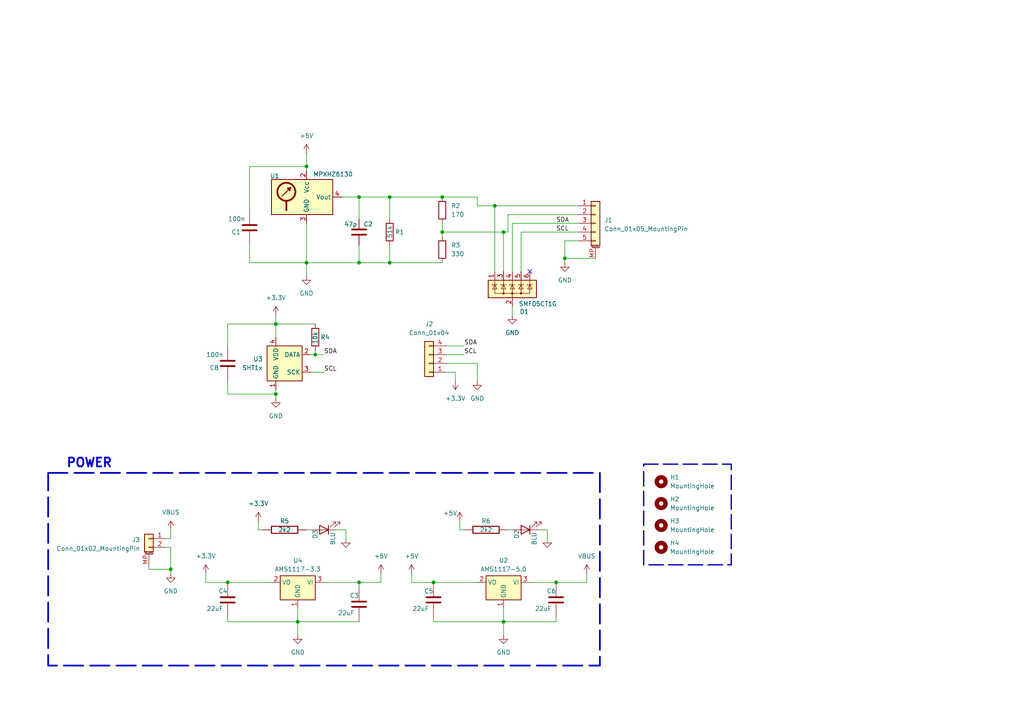
<source format=kicad_sch>
(kicad_sch (version 20231120) (generator "eeschema") (generator_version "8.0")
  (paper "A4")
  (lib_symbols
    (symbol "BLDC_4-rescue:C-RESCUE-BLDC_4" (pin_numbers hide) (pin_names (offset 0.254))
      (property "Reference" "C" (at 0 2.54 0))
      (property "Value" "C-RESCUE-BLDC_4" (at 0.1524 -2.159 0))
      (symbol "C-RESCUE-BLDC_4_0_1"
        (polyline (pts (xy -2.032 -0.762) (xy 2.032 -0.762)) (stroke (width 0.508)))
        (polyline (pts (xy -2.032 0.762) (xy 2.032 0.762)) (stroke (width 0.508)))
      )
      (symbol "C-RESCUE-BLDC_4_1_1"
        (pin passive line (at 0 5.08 270) (length 4.318) (name "~") (number "1"))
        (pin passive line (at 0 -5.08 90) (length 4.318) (name "~") (number "2"))
      )
    )
    (symbol "BLDC_4-rescue:GND-RESCUE-BLDC_4" (power) (pin_names (offset 0))
      (symbol "GND-RESCUE-BLDC_4_0_1"
        (polyline (pts (xy -1.27 0) (xy 0 -1.27) (xy 1.27 0) (xy -1.27 0)))
      )
      (symbol "GND-RESCUE-BLDC_4_1_1"
        (pin power_in line (at 0 0 90) (length 0) hide (name "GND") (number "1"))
      )
    )
    (symbol "BLDC_4-rescue:R-RESCUE-BLDC_4" (pin_numbers hide) (pin_names (offset 0))
      (property "Reference" "R" (at 2.032 0 90))
      (property "Value" "R-RESCUE-BLDC_4" (at 0.1778 0.0254 90))
      (symbol "R-RESCUE-BLDC_4_0_1"
        (rectangle (start -1.016 3.81) (end 1.016 -3.81) (stroke (width 0.3048)))
      )
      (symbol "R-RESCUE-BLDC_4_1_1"
        (pin passive line (at 0 6.35 270) (length 2.54) (name "~") (number "1"))
        (pin passive line (at 0 -6.35 90) (length 2.54) (name "~") (number "2"))
      )
    )
    (symbol "Connector_Generic:Conn_01x04" (pin_names (offset 1.016) hide)
      (property "Reference" "J" (at 0 5.08 0))
      (property "Value" "Conn_01x04" (at 0 -7.62 0))
      (symbol "Conn_01x04_1_1"
        (rectangle (start -1.27 -4.953) (end 0 -5.207) (stroke (width 0.1524)))
        (rectangle (start -1.27 -2.413) (end 0 -2.667) (stroke (width 0.1524)))
        (rectangle (start -1.27 0.127) (end 0 -0.127) (stroke (width 0.1524)))
        (rectangle (start -1.27 2.667) (end 0 2.413) (stroke (width 0.1524)))
        (rectangle (start -1.27 3.81) (end 1.27 -6.35) (stroke (width 0.254)) (fill (type background)))
        (pin passive line (at -5.08 2.54 0) (length 3.81) (name "Pin_1") (number "1"))
        (pin passive line (at -5.08 0 0) (length 3.81) (name "Pin_2") (number "2"))
        (pin passive line (at -5.08 -2.54 0) (length 3.81) (name "Pin_3") (number "3"))
        (pin passive line (at -5.08 -5.08 0) (length 3.81) (name "Pin_4") (number "4"))
      )
    )
    (symbol "Connector_Generic_MountingPin:Conn_01x02_MountingPin" (pin_names (offset 1.016) hide)
      (property "Reference" "J" (at 0 2.54 0))
      (property "Value" "Conn_01x02_MountingPin" (at 1.27 -5.08 0))
      (symbol "Conn_01x02_MountingPin_1_1"
        (rectangle (start -1.27 -2.413) (end 0 -2.667) (stroke (width 0.1524)))
        (rectangle (start -1.27 0.127) (end 0 -0.127) (stroke (width 0.1524)))
        (rectangle (start -1.27 1.27) (end 1.27 -3.81) (stroke (width 0.254)) (fill (type background)))
        (polyline (pts (xy -1.016 -4.572) (xy 1.016 -4.572)) (stroke (width 0.1524)))
        (text "Mounting" (at 0 -4.191 0) (effects (font (size 0.381 0.381))))
        (pin passive line (at -5.08 0 0) (length 3.81) (name "Pin_1") (number "1"))
        (pin passive line (at -5.08 -2.54 0) (length 3.81) (name "Pin_2") (number "2"))
        (pin passive line (at 0 -7.62 90) (length 3.048) (name "MountPin") (number "MP"))
      )
    )
    (symbol "Connector_Generic_MountingPin:Conn_01x05_MountingPin" (pin_names (offset 1.016) hide)
      (property "Reference" "J" (at 0 7.62 0))
      (property "Value" "Conn_01x05_MountingPin" (at 1.27 -7.62 0))
      (symbol "Conn_01x05_MountingPin_1_1"
        (rectangle (start -1.27 -4.953) (end 0 -5.207) (stroke (width 0.1524)))
        (rectangle (start -1.27 -2.413) (end 0 -2.667) (stroke (width 0.1524)))
        (rectangle (start -1.27 0.127) (end 0 -0.127) (stroke (width 0.1524)))
        (rectangle (start -1.27 2.667) (end 0 2.413) (stroke (width 0.1524)))
        (rectangle (start -1.27 5.207) (end 0 4.953) (stroke (width 0.1524)))
        (rectangle (start -1.27 6.35) (end 1.27 -6.35) (stroke (width 0.254)) (fill (type background)))
        (polyline (pts (xy -1.016 -7.112) (xy 1.016 -7.112)) (stroke (width 0.1524)))
        (text "Mounting" (at 0 -6.731 0) (effects (font (size 0.381 0.381))))
        (pin passive line (at -5.08 5.08 0) (length 3.81) (name "Pin_1") (number "1"))
        (pin passive line (at -5.08 2.54 0) (length 3.81) (name "Pin_2") (number "2"))
        (pin passive line (at -5.08 0 0) (length 3.81) (name "Pin_3") (number "3"))
        (pin passive line (at -5.08 -2.54 0) (length 3.81) (name "Pin_4") (number "4"))
        (pin passive line (at -5.08 -5.08 0) (length 3.81) (name "Pin_5") (number "5"))
        (pin passive line (at 0 -10.16 90) (length 3.048) (name "MountPin") (number "MP"))
      )
    )
    (symbol "Device:C" (pin_numbers hide) (pin_names (offset 0.254))
      (property "Reference" "C" (at 0.635 2.54 0))
      (property "Value" "C" (at 0.635 -2.54 0))
      (symbol "C_0_1"
        (polyline (pts (xy -2.032 -0.762) (xy 2.032 -0.762)) (stroke (width 0.508)))
        (polyline (pts (xy -2.032 0.762) (xy 2.032 0.762)) (stroke (width 0.508)))
      )
      (symbol "C_1_1"
        (pin passive line (at 0 3.81 270) (length 2.794) (name "~") (number "1"))
        (pin passive line (at 0 -3.81 90) (length 2.794) (name "~") (number "2"))
      )
    )
    (symbol "Device:LED" (pin_numbers hide) (pin_names (offset 1.016) hide)
      (property "Reference" "D" (at 0 2.54 0))
      (property "Value" "LED" (at 0 -2.54 0))
      (symbol "LED_0_1"
        (polyline (pts (xy -1.27 -1.27) (xy -1.27 1.27)) (stroke (width 0.254)))
        (polyline (pts (xy -1.27 0) (xy 1.27 0)))
        (polyline (pts (xy 1.27 -1.27) (xy 1.27 1.27) (xy -1.27 0) (xy 1.27 -1.27)) (stroke (width 0.254)))
        (polyline (pts (xy -3.048 -0.762) (xy -4.572 -2.286) (xy -3.81 -2.286) (xy -4.572 -2.286) (xy -4.572 -1.524)))
        (polyline (pts (xy -1.778 -0.762) (xy -3.302 -2.286) (xy -2.54 -2.286) (xy -3.302 -2.286) (xy -3.302 -1.524)))
      )
      (symbol "LED_1_1"
        (pin passive line (at -3.81 0 0) (length 2.54) (name "K") (number "1"))
        (pin passive line (at 3.81 0 180) (length 2.54) (name "A") (number "2"))
      )
    )
    (symbol "Device:R" (pin_numbers hide) (pin_names (offset 0))
      (property "Reference" "R" (at 2.032 0 90))
      (property "Value" "R" (at 0 0 90))
      (symbol "R_0_1"
        (rectangle (start -1.016 -2.54) (end 1.016 2.54) (stroke (width 0.254)))
      )
      (symbol "R_1_1"
        (pin passive line (at 0 3.81 270) (length 1.27) (name "~") (number "1"))
        (pin passive line (at 0 -3.81 90) (length 1.27) (name "~") (number "2"))
      )
    )
    (symbol "Mechanical:MountingHole" (pin_names (offset 1.016)) (exclude_from_sim yes) (in_bom no)
      (property "Reference" "H" (at 0 5.08 0))
      (property "Value" "MountingHole" (at 0 3.175 0))
      (symbol "MountingHole_0_1"
        (circle (center 0 0) (radius 1.27) (stroke (width 1.27)))
      )
    )
    (symbol "Power_Protection:SP0505BAHT" (pin_names hide)
      (property "Reference" "D" (at 7.62 2.54 0))
      (property "Value" "SP0505BAHT" (at 7.62 0.635 0))
      (symbol "SP0505BAHT_0_0"
        (pin passive line (at 0 -5.08 90) (length 2.54) (name "A") (number "2"))
      )
      (symbol "SP0505BAHT_0_1"
        (rectangle (start -6.985 2.54) (end 6.985 -2.54) (stroke (width 0.254)) (fill (type background)))
        (circle (center -2.54 -1.27) (radius 0.254) (fill (type outline)))
        (circle (center 0 -1.27) (radius 0.254) (fill (type outline)))
        (polyline (pts (xy -5.08 2.54) (xy -5.08 1.27)))
        (polyline (pts (xy -2.54 2.54) (xy -2.54 1.27)))
        (polyline (pts (xy 0 -1.27) (xy 0 -2.54)))
        (polyline (pts (xy 0 -1.27) (xy 0 1.27)))
        (polyline (pts (xy 0 2.54) (xy 0 1.27)))
        (polyline (pts (xy 0.635 1.27) (xy 0.762 1.27)))
        (polyline (pts (xy 2.54 2.54) (xy 2.54 1.27)))
        (polyline (pts (xy 5.08 2.54) (xy 5.08 1.27)))
        (polyline (pts (xy -5.08 1.27) (xy -5.08 -1.27) (xy -2.54 -1.27)))
        (polyline (pts (xy 0.635 1.27) (xy -0.762 1.27) (xy -0.762 1.016)))
        (polyline (pts (xy 5.08 1.27) (xy 5.08 -1.27) (xy 2.54 -1.27)))
        (polyline (pts (xy -5.842 1.016) (xy -5.842 1.27) (xy -4.445 1.27) (xy -4.318 1.27)))
        (polyline (pts (xy -5.08 1.27) (xy -4.445 0) (xy -5.715 0) (xy -5.08 1.27)))
        (polyline (pts (xy -3.302 1.016) (xy -3.302 1.27) (xy -1.905 1.27) (xy -1.778 1.27)))
        (polyline (pts (xy -2.54 1.27) (xy -2.54 -1.27) (xy 2.54 -1.27) (xy 2.54 1.27)))
        (polyline (pts (xy -2.54 1.27) (xy -1.905 0) (xy -3.175 0) (xy -2.54 1.27)))
        (polyline (pts (xy 0.635 0) (xy -0.635 0) (xy 0 1.27) (xy 0.635 0)))
        (polyline (pts (xy 1.778 1.016) (xy 1.778 1.27) (xy 3.175 1.27) (xy 3.302 1.27)))
        (polyline (pts (xy 2.54 1.27) (xy 1.905 0) (xy 3.175 0) (xy 2.54 1.27)))
        (polyline (pts (xy 4.318 1.016) (xy 4.318 1.27) (xy 5.715 1.27) (xy 5.842 1.27)))
        (polyline (pts (xy 5.08 1.27) (xy 4.445 0) (xy 5.715 0) (xy 5.08 1.27)))
        (circle (center 2.54 -1.27) (radius 0.254) (fill (type outline)))
      )
      (symbol "SP0505BAHT_1_1"
        (pin passive line (at -5.08 5.08 270) (length 2.54) (name "K") (number "1"))
        (pin passive line (at -2.54 5.08 270) (length 2.54) (name "K") (number "3"))
        (pin passive line (at 0 5.08 270) (length 2.54) (name "K") (number "4"))
        (pin passive line (at 2.54 5.08 270) (length 2.54) (name "K") (number "5"))
        (pin passive line (at 5.08 5.08 270) (length 2.54) (name "K") (number "6"))
      )
    )
    (symbol "Regulator_Linear:AMS1117-5.0"
      (property "Reference" "U" (at -3.81 3.175 0))
      (property "Value" "AMS1117-5.0" (at 0 3.175 0))
      (symbol "AMS1117-5.0_0_1"
        (rectangle (start -5.08 -5.08) (end 5.08 1.905) (stroke (width 0.254)) (fill (type background)))
      )
      (symbol "AMS1117-5.0_1_1"
        (pin power_in line (at 0 -7.62 90) (length 2.54) (name "GND") (number "1"))
        (pin power_out line (at 7.62 0 180) (length 2.54) (name "VO") (number "2"))
        (pin power_in line (at -7.62 0 0) (length 2.54) (name "VI") (number "3"))
      )
    )
    (symbol "Sensor:SHT1x"
      (property "Reference" "U" (at 3.81 6.35 0))
      (property "Value" "SHT1x" (at 2.54 -6.35 0))
      (symbol "SHT1x_0_1"
        (rectangle (start -5.08 5.08) (end 5.08 -5.08) (stroke (width 0.254)) (fill (type background)))
      )
      (symbol "SHT1x_1_1"
        (pin power_in line (at -2.54 -7.62 90) (length 2.54) (name "GND") (number "1"))
        (pin bidirectional line (at 7.62 2.54 180) (length 2.54) (name "DATA") (number "2"))
        (pin input line (at 7.62 -2.54 180) (length 2.54) (name "SCK") (number "3"))
        (pin power_in line (at -2.54 7.62 270) (length 2.54) (name "VDD") (number "4"))
      )
    )
    (symbol "Sensor_Pressure:MPXA6115A"
      (property "Reference" "U" (at -10.16 6.35 0))
      (property "Value" "MPXA6115A" (at 1.27 6.35 0))
      (symbol "MPXA6115A_0_1"
        (circle (center -5.842 1.524) (radius 2.6162) (stroke (width 0.508)))
        (polyline (pts (xy -7.112 0.254) (xy -4.572 2.794)) (stroke (width 0.254)))
        (polyline (pts (xy -5.842 -1.27) (xy -5.842 -3.81)) (stroke (width 0.508)))
        (polyline (pts (xy -4.572 2.794) (xy -4.826 1.778) (xy -5.588 2.54) (xy -4.572 2.794)) (stroke (width 0.254)) (fill (type outline)))
        (rectangle (start 7.62 5.08) (end -10.16 -5.08) (stroke (width 0.254)) (fill (type background)))
      )
      (symbol "MPXA6115A_1_1"
        (pin no_connect line (at 5.08 -5.08 90) (length 2.54) hide (name "NC") (number "1"))
        (pin power_in line (at 0 7.62 270) (length 2.54) (name "Vcc") (number "2"))
        (pin power_in line (at 0 -7.62 90) (length 2.54) (name "GND") (number "3"))
        (pin output line (at 10.16 0 180) (length 2.54) (name "Vout") (number "4"))
        (pin no_connect line (at -7.62 -5.08 90) (length 2.54) hide (name "NC") (number "5"))
        (pin no_connect line (at -5.08 -5.08 90) (length 2.54) hide (name "NC") (number "6"))
        (pin no_connect line (at -2.54 -5.08 90) (length 2.54) hide (name "NC") (number "7"))
        (pin no_connect line (at 2.54 -5.08 90) (length 2.54) hide (name "NC") (number "8"))
      )
    )
    (symbol "power:+3.3V" (power) (pin_numbers hide) (pin_names (offset 0) hide)
      (property "Value" "+3.3V" (at 0 3.556 0))
      (symbol "+3.3V_0_1"
        (polyline (pts (xy -0.762 1.27) (xy 0 2.54)))
        (polyline (pts (xy 0 0) (xy 0 2.54)))
        (polyline (pts (xy 0 2.54) (xy 0.762 1.27)))
      )
      (symbol "+3.3V_1_1"
        (pin power_in line (at 0 0 90) (length 0) (name "~") (number "1"))
      )
    )
    (symbol "power:+5V" (power) (pin_numbers hide) (pin_names (offset 0) hide)
      (property "Value" "+5V" (at 0 3.556 0))
      (symbol "+5V_0_1"
        (polyline (pts (xy -0.762 1.27) (xy 0 2.54)))
        (polyline (pts (xy 0 0) (xy 0 2.54)))
        (polyline (pts (xy 0 2.54) (xy 0.762 1.27)))
      )
      (symbol "+5V_1_1"
        (pin power_in line (at 0 0 90) (length 0) (name "~") (number "1"))
      )
    )
    (symbol "power:GND" (power) (pin_numbers hide) (pin_names (offset 0) hide)
      (property "Value" "GND" (at 0 -3.81 0))
      (symbol "GND_0_1"
        (polyline (pts (xy 0 0) (xy 0 -1.27) (xy 1.27 -1.27) (xy 0 -2.54) (xy -1.27 -1.27) (xy 0 -1.27)))
      )
      (symbol "GND_1_1"
        (pin power_in line (at 0 0 270) (length 0) (name "~") (number "1"))
      )
    )
    (symbol "power:VBUS" (power) (pin_numbers hide) (pin_names (offset 0) hide)
      (property "Value" "VBUS" (at 0 3.556 0))
      (symbol "VBUS_0_1"
        (polyline (pts (xy -0.762 1.27) (xy 0 2.54)))
        (polyline (pts (xy 0 0) (xy 0 2.54)))
        (polyline (pts (xy 0 2.54) (xy 0.762 1.27)))
      )
      (symbol "VBUS_1_1"
        (pin power_in line (at 0 0 90) (length 0) (name "~") (number "1"))
      )
    )
  )
  (junction (at 128.27 67.31))
  (junction (at 146.05 67.31))
  (junction (at 104.14 76.2))
  (junction (at 163.83 74.93))
  (junction (at 128.27 57.15))
  (junction (at 104.14 168.91))
  (junction (at 125.73 168.91))
  (junction (at 161.29 168.91))
  (junction (at 49.53 165.1))
  (junction (at 146.05 180.34))
  (junction (at 113.03 57.15))
  (junction (at 113.03 76.2))
  (junction (at 104.14 57.15))
  (junction (at 88.9 48.26))
  (junction (at 80.01 114.3))
  (junction (at 88.9 76.2))
  (junction (at 80.01 93.98))
  (junction (at 143.51 59.69))
  (junction (at 86.36 180.34))
  (junction (at 91.44 102.87))
  (junction (at 66.04 168.91))
  (no_connect (at 153.67 78.74))
  (wire (pts (xy 129.54 107.95) (xy 132.08 107.95)))
  (wire (pts (xy 100.33 153.67) (xy 97.79 153.67)))
  (wire (pts (xy 104.14 76.2) (xy 113.03 76.2)))
  (wire (pts (xy 129.54 100.33) (xy 134.62 100.33)))
  (wire (pts (xy 125.73 180.34) (xy 125.73 179.07)))
  (wire (pts (xy 113.03 71.12) (xy 113.03 76.2)))
  (wire (pts (xy 143.51 59.69) (xy 143.51 78.74)))
  (wire (pts (xy 43.18 165.1) (xy 49.53 165.1)))
  (wire (pts (xy 66.04 180.34) (xy 86.36 180.34)))
  (wire (pts (xy 88.9 80.01) (xy 88.9 76.2)))
  (wire (pts (xy 80.01 91.44) (xy 80.01 93.98)))
  (wire (pts (xy 125.73 180.34) (xy 146.05 180.34)))
  (wire (pts (xy 147.32 62.23) (xy 167.64 62.23)))
  (wire (pts (xy 151.13 78.74) (xy 151.13 67.31)))
  (wire (pts (xy 66.04 114.3) (xy 80.01 114.3)))
  (wire (pts (xy 72.39 76.2) (xy 88.9 76.2)))
  (wire (pts (xy 148.59 78.74) (xy 148.59 64.77)))
  (wire (pts (xy 146.05 67.31) (xy 147.32 67.31)))
  (wire (pts (xy 148.59 64.77) (xy 167.64 64.77)))
  (wire (pts (xy 66.04 110.49) (xy 66.04 114.3)))
  (wire (pts (xy 158.75 157.48) (xy 158.75 153.67)))
  (wire (pts (xy 161.29 179.07) (xy 161.29 180.34)))
  (wire (pts (xy 66.04 93.98) (xy 66.04 100.33)))
  (wire (pts (xy 104.14 71.12) (xy 104.14 76.2)))
  (wire (pts (xy 147.32 153.67) (xy 148.59 153.67)))
  (wire (pts (xy 128.27 76.2) (xy 113.03 76.2)))
  (wire (pts (xy 91.44 102.87) (xy 93.98 102.87)))
  (wire (pts (xy 129.54 102.87) (xy 134.62 102.87)))
  (wire (pts (xy 49.53 158.75) (xy 48.26 158.75)))
  (wire (pts (xy 91.44 93.98) (xy 80.01 93.98)))
  (wire (pts (xy 43.18 163.83) (xy 43.18 165.1)))
  (wire (pts (xy 128.27 67.31) (xy 128.27 68.58)))
  (wire (pts (xy 138.43 59.69) (xy 143.51 59.69)))
  (wire (pts (xy 138.43 105.41) (xy 138.43 110.49)))
  (wire (pts (xy 146.05 180.34) (xy 146.05 184.15)))
  (wire (pts (xy 66.04 180.34) (xy 66.04 179.07)))
  (wire (pts (xy 146.05 67.31) (xy 146.05 78.74)))
  (wire (pts (xy 72.39 71.12) (xy 72.39 76.2)))
  (wire (pts (xy 88.9 64.77) (xy 88.9 76.2)))
  (wire (pts (xy 158.75 153.67) (xy 156.21 153.67)))
  (wire (pts (xy 72.39 48.26) (xy 88.9 48.26)))
  (wire (pts (xy 86.36 180.34) (xy 86.36 184.15)))
  (wire (pts (xy 91.44 101.6) (xy 91.44 102.87)))
  (wire (pts (xy 104.14 170.18) (xy 104.14 168.91)))
  (wire (pts (xy 88.9 48.26) (xy 88.9 49.53)))
  (wire (pts (xy 80.01 114.3) (xy 80.01 115.57)))
  (wire (pts (xy 99.06 57.15) (xy 104.14 57.15)))
  (wire (pts (xy 128.27 67.31) (xy 146.05 67.31)))
  (wire (pts (xy 161.29 180.34) (xy 146.05 180.34)))
  (wire (pts (xy 129.54 105.41) (xy 138.43 105.41)))
  (wire (pts (xy 113.03 57.15) (xy 104.14 57.15)))
  (wire (pts (xy 59.69 166.37) (xy 59.69 168.91)))
  (wire (pts (xy 133.35 153.67) (xy 133.35 151.13)))
  (wire (pts (xy 110.49 168.91) (xy 104.14 168.91)))
  (wire (pts (xy 72.39 60.96) (xy 72.39 48.26)))
  (wire (pts (xy 104.14 180.34) (xy 86.36 180.34)))
  (wire (pts (xy 163.83 74.93) (xy 163.83 76.2)))
  (wire (pts (xy 151.13 67.31) (xy 167.64 67.31)))
  (wire (pts (xy 90.17 107.95) (xy 93.98 107.95)))
  (wire (pts (xy 128.27 64.77) (xy 128.27 67.31)))
  (wire (pts (xy 104.14 57.15) (xy 104.14 63.5)))
  (wire (pts (xy 119.38 168.91) (xy 125.73 168.91)))
  (wire (pts (xy 170.18 166.37) (xy 170.18 168.91)))
  (wire (pts (xy 49.53 153.67) (xy 49.53 156.21)))
  (wire (pts (xy 100.33 157.48) (xy 100.33 153.67)))
  (wire (pts (xy 76.2 153.67) (xy 74.93 153.67)))
  (wire (pts (xy 93.98 168.91) (xy 104.14 168.91)))
  (wire (pts (xy 148.59 91.44) (xy 148.59 88.9)))
  (wire (pts (xy 88.9 44.45) (xy 88.9 48.26)))
  (wire (pts (xy 49.53 165.1) (xy 49.53 166.37)))
  (wire (pts (xy 134.62 153.67) (xy 133.35 153.67)))
  (wire (pts (xy 113.03 63.5) (xy 113.03 57.15)))
  (wire (pts (xy 74.93 153.67) (xy 74.93 151.13)))
  (wire (pts (xy 80.01 113.03) (xy 80.01 114.3)))
  (wire (pts (xy 80.01 93.98) (xy 80.01 97.79)))
  (wire (pts (xy 163.83 74.93) (xy 172.72 74.93)))
  (wire (pts (xy 49.53 158.75) (xy 49.53 165.1)))
  (wire (pts (xy 119.38 168.91) (xy 119.38 166.37)))
  (wire (pts (xy 88.9 76.2) (xy 104.14 76.2)))
  (wire (pts (xy 153.67 168.91) (xy 161.29 168.91)))
  (wire (pts (xy 138.43 59.69) (xy 138.43 57.15)))
  (wire (pts (xy 66.04 168.91) (xy 78.74 168.91)))
  (wire (pts (xy 59.69 168.91) (xy 66.04 168.91)))
  (wire (pts (xy 163.83 69.85) (xy 163.83 74.93)))
  (wire (pts (xy 132.08 107.95) (xy 132.08 110.49)))
  (wire (pts (xy 86.36 176.53) (xy 86.36 180.34)))
  (wire (pts (xy 143.51 59.69) (xy 167.64 59.69)))
  (wire (pts (xy 88.9 153.67) (xy 90.17 153.67)))
  (wire (pts (xy 147.32 62.23) (xy 147.32 67.31)))
  (wire (pts (xy 80.01 93.98) (xy 66.04 93.98)))
  (wire (pts (xy 167.64 69.85) (xy 163.83 69.85)))
  (wire (pts (xy 146.05 180.34) (xy 146.05 176.53)))
  (wire (pts (xy 49.53 156.21) (xy 48.26 156.21)))
  (wire (pts (xy 125.73 168.91) (xy 138.43 168.91)))
  (wire (pts (xy 128.27 57.15) (xy 113.03 57.15)))
  (wire (pts (xy 138.43 57.15) (xy 128.27 57.15)))
  (wire (pts (xy 90.17 102.87) (xy 91.44 102.87)))
  (wire (pts (xy 161.29 168.91) (xy 170.18 168.91)))
  (wire (pts (xy 110.49 166.37) (xy 110.49 168.91)))
  (rectangle (start 13.97 137.16) (end 173.99 193.04) (stroke (width 0.508) (type dash)))
  (rectangle (start 186.69 134.62) (end 212.09 163.83) (stroke (width 0.381) (type dash)))
  (text "POWER" (at 25.908 134.366 0) (effects (font (size 2.54 2.54) (thickness 0.508) (bold yes))))
  (label "SCL" (at 161.29 67.31 0))
  (label "SDA" (at 161.29 64.77 0))
  (label "SDA" (at 93.98 102.87 0))
  (label "SCL" (at 93.98 107.95 0))
  (label "SDA" (at 134.62 100.33 0))
  (label "SCL" (at 134.62 102.87 0))
  (symbol (lib_id "Device:R") (at 128.27 60.96 180) (unit 1)
    (property "Reference" "R2" (at 130.81 59.6899 0) (effects (justify right)))
    (property "Value" "170" (at 130.81 62.2299 0) (effects (justify right)))
    (property "Footprint" "Resistor_SMD:R_0603_1608Metric_Pad0.98x0.95mm_HandSolder" (effects (hide yes)))
    (property "Description" "Resistor" (effects (hide yes)))
  )
  (symbol (lib_id "Mechanical:MountingHole") (at 191.77 152.4 0) (unit 1) (exclude_from_sim yes) (in_bom no)
    (property "Reference" "H3" (at 194.31 151.1299 0) (effects (justify left)))
    (property "Value" "MountingHole" (at 194.31 153.6699 0) (effects (justify left)))
    (property "Footprint" "MountingHole:MountingHole_2.2mm_M2" (effects (hide yes)))
    (property "Description" "Mounting Hole without connection" (effects (hide yes)))
  )
  (symbol (lib_id "BLDC_4-rescue:GND-RESCUE-BLDC_4") (at 100.33 157.48 0) (unit 1)
    (property "Reference" "#PWR020" (effects (hide yes)))
    (property "Value" "GND" (effects (hide yes)))
  )
  (symbol (lib_id "Mechanical:MountingHole") (at 191.77 158.75 0) (unit 1) (exclude_from_sim yes) (in_bom no)
    (property "Reference" "H4" (at 194.31 157.4799 0) (effects (justify left)))
    (property "Value" "MountingHole" (at 194.31 160.0199 0) (effects (justify left)))
    (property "Footprint" "MountingHole:MountingHole_2.2mm_M2" (effects (hide yes)))
    (property "Description" "Mounting Hole without connection" (effects (hide yes)))
  )
  (symbol (lib_id "power:GND") (at 86.36 184.15 0) (unit 1)
    (property "Reference" "#PWR011" (effects (hide yes)))
    (property "Value" "GND" (at 86.36 189.23 0))
    (property "Description" "Power symbol creates a global label with name \"GND\" , ground" (effects (hide yes)))
  )
  (symbol (lib_id "power:GND") (at 148.59 91.44 0) (unit 1)
    (property "Reference" "#PWR09" (effects (hide yes)))
    (property "Value" "GND" (at 148.59 96.52 0))
    (property "Description" "Power symbol creates a global label with name \"GND\" , ground" (effects (hide yes)))
  )
  (symbol (lib_id "Device:C") (at 104.14 67.31 0) (unit 1)
    (property "Reference" "C2" (at 105.41 65.024 0) (effects (justify left)))
    (property "Value" "47p" (at 99.822 65.024 0) (effects (justify left)))
    (property "Footprint" "Capacitor_SMD:C_0603_1608Metric_Pad1.08x0.95mm_HandSolder" (effects (hide yes)))
    (property "Description" "Unpolarized capacitor" (effects (hide yes)))
  )
  (symbol (lib_id "BLDC_4-rescue:C-RESCUE-BLDC_4") (at 66.04 105.41 180) (unit 1)
    (property "Reference" "C8" (at 63.5 106.68 0) (effects (justify left)))
    (property "Value" "100n" (at 64.77 102.87 0) (effects (justify left)))
    (property "Footprint" "Capacitor_SMD:C_0603_1608Metric" (effects (hide yes)))
  )
  (symbol (lib_id "BLDC_4-rescue:C-RESCUE-BLDC_4") (at 72.39 66.04 180) (unit 1)
    (property "Reference" "C1" (at 69.85 67.31 0) (effects (justify left)))
    (property "Value" "100n" (at 71.12 63.5 0) (effects (justify left)))
    (property "Footprint" "Capacitor_SMD:C_0603_1608Metric" (effects (hide yes)))
  )
  (symbol (lib_id "power:GND") (at 80.01 115.57 0) (unit 1)
    (property "Reference" "#PWR010" (effects (hide yes)))
    (property "Value" "GND" (at 80.01 120.65 0))
    (property "Description" "Power symbol creates a global label with name \"GND\" , ground" (effects (hide yes)))
  )
  (symbol (lib_id "power:+3.3V") (at 80.01 91.44 0) (unit 1)
    (property "Reference" "#PWR014" (effects (hide yes)))
    (property "Value" "+3.3V" (at 80.01 86.36 0))
    (property "Description" "Power symbol creates a global label with name \"+3.3V\"" (effects (hide yes)))
  )
  (symbol (lib_id "power:GND") (at 163.83 76.2 0) (unit 1)
    (property "Reference" "#PWR02" (effects (hide yes)))
    (property "Value" "GND" (at 163.83 81.28 0))
    (property "Description" "Power symbol creates a global label with name \"GND\" , ground" (effects (hide yes)))
  )
  (symbol (lib_id "BLDC_4-rescue:C-RESCUE-BLDC_4") (at 104.14 175.26 180) (unit 1)
    (property "Reference" "C3" (at 104.14 172.72 0) (effects (justify left)))
    (property "Value" "22uF" (at 102.87 177.8 0) (effects (justify left)))
    (property "Footprint" "Capacitor_SMD:C_0805_2012Metric" (effects (hide yes)))
  )
  (symbol (lib_id "BLDC_4-rescue:GND-RESCUE-BLDC_4") (at 158.75 157.48 0) (unit 1)
    (property "Reference" "#PWR021" (effects (hide yes)))
    (property "Value" "GND" (effects (hide yes)))
  )
  (symbol (lib_id "Regulator_Linear:AMS1117-5.0") (at 146.05 168.91 0) (mirror y) (unit 1)
    (property "Reference" "U2" (at 146.05 162.56 0))
    (property "Value" "AMS1117-5.0" (at 146.05 165.1 0))
    (property "Footprint" "Package_TO_SOT_SMD:SOT-223-3_TabPin2" (effects (hide yes)))
    (property "Datasheet" "http://www.advanced-monolithic.com/pdf/ds1117.pdf" (effects (hide yes)))
    (property "Description" "1A Low Dropout regulator, positive, 5.0V fixed output, SOT-223" (effects (hide yes)))
  )
  (symbol (lib_id "power:GND") (at 138.43 110.49 0) (unit 1)
    (property "Reference" "#PWR018" (effects (hide yes)))
    (property "Value" "GND" (at 138.43 115.57 0))
    (property "Description" "Power symbol creates a global label with name \"GND\" , ground" (effects (hide yes)))
  )
  (symbol (lib_id "Connector_Generic:Conn_01x04") (at 124.46 105.41 180) (unit 1)
    (property "Reference" "J2" (at 124.46 93.98 0))
    (property "Value" "Conn_01x04" (at 124.46 96.52 0))
    (property "Footprint" "Connector_PinSocket_2.54mm:PinSocket_1x04_P2.54mm_Vertical" (effects (hide yes)))
    (property "Description" "Generic connector, single row, 01x04, script generated (kicad-library-utils/schlib/autogen/connector/)" (effects (hide yes)))
  )
  (symbol (lib_id "power:GND") (at 146.05 184.15 0) (unit 1)
    (property "Reference" "#PWR07" (effects (hide yes)))
    (property "Value" "GND" (at 146.05 189.23 0))
    (property "Description" "Power symbol creates a global label with name \"GND\" , ground" (effects (hide yes)))
  )
  (symbol (lib_id "BLDC_4-rescue:C-RESCUE-BLDC_4") (at 125.73 173.99 180) (unit 1)
    (property "Reference" "C5" (at 125.73 171.45 0) (effects (justify left)))
    (property "Value" "22uF" (at 124.46 176.53 0) (effects (justify left)))
    (property "Footprint" "Capacitor_SMD:C_0805_2012Metric" (effects (hide yes)))
  )
  (symbol (lib_id "Sensor_Pressure:MPXA6115A") (at 88.9 57.15 0) (unit 1)
    (property "Reference" "U1" (at 81.026 51.054 0) (effects (justify right)))
    (property "Value" "MPXHZ6130" (at 102.362 50.546 0) (effects (justify right)))
    (property "Footprint" "Package_SO:SOIC-8_7.5x5.85mm_P1.27mm" (effects (hide yes)))
    (property "Datasheet" "https://www.nxp.com/docs/en/data-sheet/MPXA6115A.pdf" (effects (hide yes)))
    (property "Description" "Absolute pressure sensor, 15 to 115kPa, analog output, integrated signal conditioning, temperature compensated, SO package" (effects (hide yes)))
  )
  (symbol (lib_id "power:+3.3V") (at 132.08 110.49 180) (unit 1)
    (property "Reference" "#PWR017" (effects (hide yes)))
    (property "Value" "+3.3V" (at 132.08 115.57 0))
    (property "Description" "Power symbol creates a global label with name \"+3.3V\"" (effects (hide yes)))
  )
  (symbol (lib_id "Connector_Generic_MountingPin:Conn_01x02_MountingPin") (at 43.18 156.21 0) (mirror y) (unit 1)
    (property "Reference" "J3" (at 40.64 156.5655 0) (effects (justify left)))
    (property "Value" "Conn_01x02_MountingPin" (at 40.64 159.1055 0) (effects (justify left)))
    (property "Footprint" "Connector_JST:JST_GH_SM02B-GHS-TB_1x02-1MP_P1.25mm_Horizontal" (effects (hide yes)))
    (property "Description" "Generic connectable mounting pin connector, single row, 01x02, script generated (kicad-library-utils/schlib/autogen/connector/)" (effects (hide yes)))
  )
  (symbol (lib_id "power:GND") (at 88.9 80.01 0) (unit 1)
    (property "Reference" "#PWR01" (effects (hide yes)))
    (property "Value" "GND" (at 88.9 85.09 0))
    (property "Description" "Power symbol creates a global label with name \"GND\" , ground" (effects (hide yes)))
  )
  (symbol (lib_id "Device:R") (at 128.27 72.39 180) (unit 1)
    (property "Reference" "R3" (at 130.81 71.1199 0) (effects (justify right)))
    (property "Value" "330" (at 130.81 73.6599 0) (effects (justify right)))
    (property "Footprint" "Resistor_SMD:R_0603_1608Metric_Pad0.98x0.95mm_HandSolder" (effects (hide yes)))
    (property "Description" "Resistor" (effects (hide yes)))
  )
  (symbol (lib_id "Device:R") (at 113.03 67.31 180) (unit 1)
    (property "Reference" "R1" (at 114.554 67.31 0) (effects (justify right)))
    (property "Value" "51k" (at 113.03 69.088 90) (effects (justify right)))
    (property "Footprint" "Resistor_SMD:R_0603_1608Metric_Pad0.98x0.95mm_HandSolder" (effects (hide yes)))
    (property "Description" "Resistor" (effects (hide yes)))
  )
  (symbol (lib_id "power:+3.3V") (at 74.93 151.13 0) (unit 1)
    (property "Reference" "#PWR015" (effects (hide yes)))
    (property "Value" "+3.3V" (at 74.93 146.05 0))
    (property "Description" "Power symbol creates a global label with name \"+3.3V\"" (effects (hide yes)))
  )
  (symbol (lib_id "BLDC_4-rescue:R-RESCUE-BLDC_4") (at 82.55 153.67 270) (unit 1)
    (property "Reference" "R5" (at 82.55 151.13 90))
    (property "Value" "2k2" (at 82.55 153.67 90))
    (property "Footprint" "Resistor_SMD:R_0603_1608Metric" (effects (hide yes)))
  )
  (symbol (lib_id "Device:LED") (at 93.98 153.67 180) (unit 1)
    (property "Reference" "D3" (at 91.44 154.94 90))
    (property "Value" "BLU" (at 96.52 156.21 90))
    (property "Footprint" "LED_SMD:LED_0603_1608Metric" (effects (hide yes)))
  )
  (symbol (lib_id "power:+5V") (at 88.9 44.45 0) (unit 1)
    (property "Reference" "#PWR04" (effects (hide yes)))
    (property "Value" "+5V" (at 88.9 39.37 0))
    (property "Description" "Power symbol creates a global label with name \"+5V\"" (effects (hide yes)))
  )
  (symbol (lib_id "power:VBUS") (at 170.18 166.37 0) (unit 1)
    (property "Reference" "#PWR06" (effects (hide yes)))
    (property "Value" "VBUS" (at 170.18 161.29 0))
    (property "Description" "Power symbol creates a global label with name \"VBUS\"" (effects (hide yes)))
  )
  (symbol (lib_id "Mechanical:MountingHole") (at 191.77 146.05 0) (unit 1) (exclude_from_sim yes) (in_bom no)
    (property "Reference" "H2" (at 194.31 144.7799 0) (effects (justify left)))
    (property "Value" "MountingHole" (at 194.31 147.3199 0) (effects (justify left)))
    (property "Footprint" "MountingHole:MountingHole_2.2mm_M2" (effects (hide yes)))
    (property "Description" "Mounting Hole without connection" (effects (hide yes)))
  )
  (symbol (lib_id "Regulator_Linear:AMS1117-5.0") (at 86.36 168.91 0) (mirror y) (unit 1)
    (property "Reference" "U4" (at 86.36 162.56 0))
    (property "Value" "AMS1117-3.3" (at 86.36 165.1 0))
    (property "Footprint" "Package_TO_SOT_SMD:SOT-223-3_TabPin2" (effects (hide yes)))
    (property "Datasheet" "http://www.advanced-monolithic.com/pdf/ds1117.pdf" (effects (hide yes)))
    (property "Description" "1A Low Dropout regulator, positive, 5.0V fixed output, SOT-223" (effects (hide yes)))
  )
  (symbol (lib_id "power:+5V") (at 133.35 151.13 0) (unit 1)
    (property "Reference" "#PWR08" (effects (hide yes)))
    (property "Value" "+5V" (at 130.556 148.844 0))
    (property "Description" "Power symbol creates a global label with name \"+5V\"" (effects (hide yes)))
  )
  (symbol (lib_id "BLDC_4-rescue:C-RESCUE-BLDC_4") (at 161.29 173.99 180) (unit 1)
    (property "Reference" "C6" (at 161.29 171.45 0) (effects (justify left)))
    (property "Value" "22uF" (at 160.02 176.53 0) (effects (justify left)))
    (property "Footprint" "Capacitor_SMD:C_0805_2012Metric" (effects (hide yes)))
  )
  (symbol (lib_id "power:+5V") (at 119.38 166.37 0) (unit 1)
    (property "Reference" "#PWR03" (effects (hide yes)))
    (property "Value" "+5V" (at 119.38 161.29 0))
    (property "Description" "Power symbol creates a global label with name \"+5V\"" (effects (hide yes)))
  )
  (symbol (lib_id "Power_Protection:SP0505BAHT") (at 148.59 83.82 0) (unit 1)
    (property "Reference" "D1" (at 153.416 90.424 0) (effects (justify right)))
    (property "Value" " SMF05CT1G" (at 161.544 88.138 0) (effects (justify right)))
    (property "Footprint" "Package_TO_SOT_SMD:SOT-363_SC-70-6" (effects (hide yes)))
    (property "Datasheet" "http://www.littelfuse.com/~/media/files/littelfuse/technical%20resources/documents/data%20sheets/sp05xxba.pdf" (effects (hide yes)))
  )
  (symbol (lib_id "Sensor:SHT1x") (at 82.55 105.41 0) (unit 1)
    (property "Reference" "U3" (at 76.2 104.1399 0) (effects (justify right)))
    (property "Value" "SHT1x" (at 76.2 106.6799 0) (effects (justify right)))
    (property "Footprint" "Sensor:SHT1x" (effects (hide yes)))
    (property "Datasheet" "https://www.sensirion.com/fileadmin/user_upload/customers/sensirion/Dokumente/0_Datasheets/Humidity/Sensirion_Humidity_Sensors_SHT1x_Datasheet.pdf" (effects (hide yes)))
    (property "Description" "Temperature and humidity module" (effects (hide yes)))
  )
  (symbol (lib_id "power:VBUS") (at 49.53 153.67 0) (mirror y) (unit 1)
    (property "Reference" "#PWR05" (effects (hide yes)))
    (property "Value" "VBUS" (at 49.53 148.59 0))
    (property "Description" "Power symbol creates a global label with name \"VBUS\"" (effects (hide yes)))
  )
  (symbol (lib_id "power:GND") (at 49.53 166.37 0) (mirror y) (unit 1)
    (property "Reference" "#PWR019" (effects (hide yes)))
    (property "Value" "GND" (at 49.53 171.45 0))
    (property "Description" "Power symbol creates a global label with name \"GND\" , ground" (effects (hide yes)))
  )
  (symbol (lib_id "power:+5V") (at 110.49 166.37 0) (unit 1)
    (property "Reference" "#PWR012" (effects (hide yes)))
    (property "Value" "+5V" (at 110.49 161.29 0))
    (property "Description" "Power symbol creates a global label with name \"+5V\"" (effects (hide yes)))
  )
  (symbol (lib_id "Mechanical:MountingHole") (at 191.77 139.7 0) (unit 1) (exclude_from_sim yes) (in_bom no)
    (property "Reference" "H1" (at 194.31 138.4299 0) (effects (justify left)))
    (property "Value" "MountingHole" (at 194.31 140.9699 0) (effects (justify left)))
    (property "Footprint" "MountingHole:MountingHole_2.2mm_M2" (effects (hide yes)))
    (property "Description" "Mounting Hole without connection" (effects (hide yes)))
  )
  (symbol (lib_id "Device:LED") (at 152.4 153.67 180) (unit 1)
    (property "Reference" "D2" (at 149.86 154.94 90))
    (property "Value" "BLU" (at 154.94 156.21 90))
    (property "Footprint" "LED_SMD:LED_0603_1608Metric" (effects (hide yes)))
  )
  (symbol (lib_id "power:+3.3V") (at 59.69 166.37 0) (unit 1)
    (property "Reference" "#PWR013" (effects (hide yes)))
    (property "Value" "+3.3V" (at 59.69 161.29 0))
    (property "Description" "Power symbol creates a global label with name \"+3.3V\"" (effects (hide yes)))
  )
  (symbol (lib_id "BLDC_4-rescue:C-RESCUE-BLDC_4") (at 66.04 173.99 180) (unit 1)
    (property "Reference" "C4" (at 66.04 171.45 0) (effects (justify left)))
    (property "Value" "22uF" (at 64.77 176.53 0) (effects (justify left)))
    (property "Footprint" "Capacitor_SMD:C_0805_2012Metric" (effects (hide yes)))
  )
  (symbol (lib_id "Device:R") (at 91.44 97.79 180) (unit 1)
    (property "Reference" "R4" (at 92.964 97.79 0) (effects (justify right)))
    (property "Value" "10k" (at 91.44 99.822 90) (effects (justify right)))
    (property "Footprint" "Resistor_SMD:R_0603_1608Metric_Pad0.98x0.95mm_HandSolder" (effects (hide yes)))
    (property "Description" "Resistor" (effects (hide yes)))
  )
  (symbol (lib_id "Connector_Generic_MountingPin:Conn_01x05_MountingPin") (at 172.72 64.77 0) (unit 1)
    (property "Reference" "J1" (at 175.26 63.8555 0) (effects (justify left)))
    (property "Value" "Conn_01x05_MountingPin" (at 175.26 66.3955 0) (effects (justify left)))
    (property "Footprint" "Connector_JST:JST_GH_SM05B-GHS-TB_1x05-1MP_P1.25mm_Horizontal" (effects (hide yes)))
    (property "Description" "Generic connectable mounting pin connector, single row, 01x05, script generated (kicad-library-utils/schlib/autogen/connector/)" (effects (hide yes)))
  )
  (symbol (lib_id "BLDC_4-rescue:R-RESCUE-BLDC_4") (at 140.97 153.67 270) (unit 1)
    (property "Reference" "R6" (at 140.97 151.13 90))
    (property "Value" "2k2" (at 140.97 153.67 90))
    (property "Footprint" "Resistor_SMD:R_0603_1608Metric" (effects (hide yes)))
  )
)
</source>
